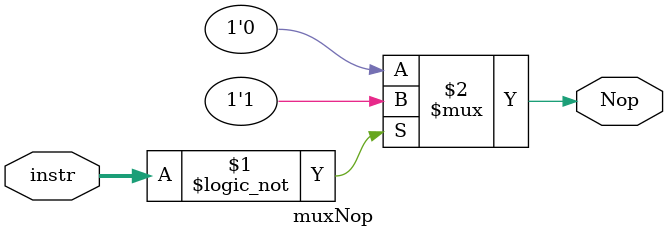
<source format=v>
module muxNop (instr, Nop);
    input [31:0] instr;
    output Nop;

    assign Nop = (instr == 32'b00000000000000000000000000000000) ? 1'b1 : 1'b0;
endmodule

</source>
